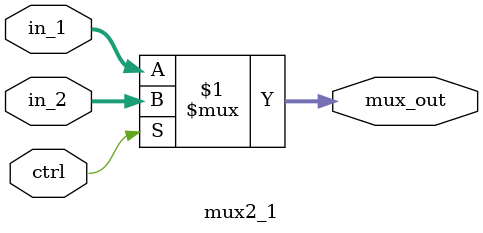
<source format=v>
module mux2_1(in_1, in_2, ctrl, mux_out);
	input [15:0] in_1;
	input [15:0] in_2;
	input ctrl;
	output [15:0] mux_out;
	
	assign mux_out = ctrl ? in_2: in_1;
	
endmodule

</source>
